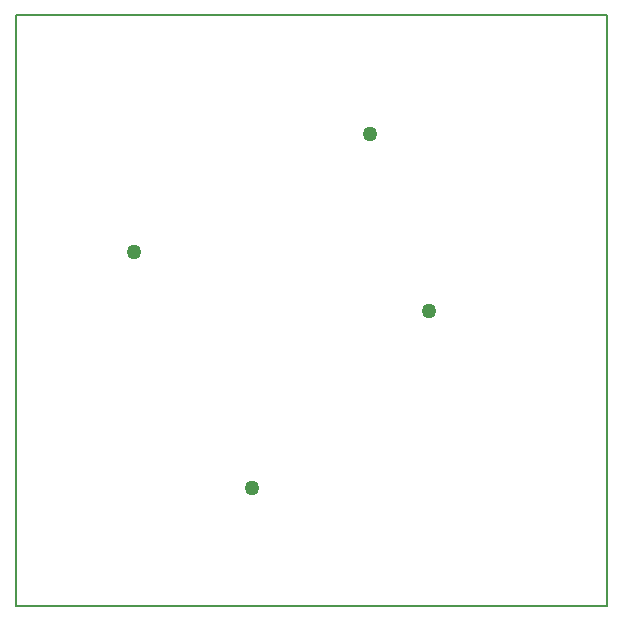
<source format=gbr>
G04 PROTEUS RS274X GERBER FILE*
%FSLAX45Y45*%
%MOMM*%
G01*
%ADD12C,1.270000*%
%ADD11C,0.203200*%
D12*
X+1000000Y+3000000D03*
X+3500000Y+2500000D03*
X+3000000Y+4000000D03*
X+2000000Y+1000000D03*
D11*
X+0Y+0D02*
X+5000000Y+0D01*
X+5000000Y+5000000D01*
X+0Y+5000000D01*
X+0Y+0D01*
M02*

</source>
